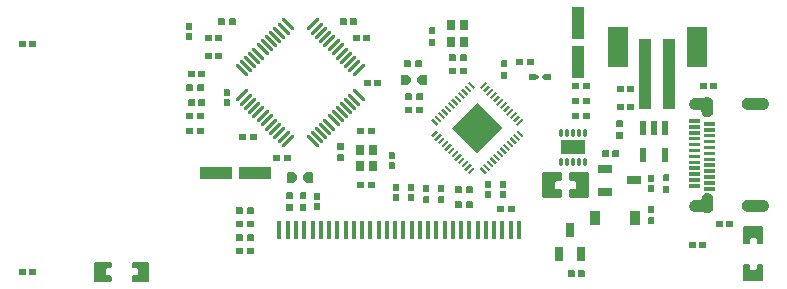
<source format=gtp>
G04 Layer: TopPasteMaskLayer*
G04 EasyEDA v6.5.48, 2025-03-08 17:20:47*
G04 63e6e59633d6499fb326ce5c2c9b2855,b9277fd2045942759ab1a28cc0c323af,10*
G04 Gerber Generator version 0.2*
G04 Scale: 100 percent, Rotated: No, Reflected: No *
G04 Dimensions in millimeters *
G04 leading zeros omitted , absolute positions ,4 integer and 5 decimal *
%FSLAX45Y45*%
%MOMM*%

%AMMACRO1*1,1,$1,$2,$3*1,1,$1,$4,$5*20,1,$1,$2,$3,$4,$5,0*%
%ADD10R,1.1000X2.8000*%
%ADD11R,2.8000X1.1000*%
%ADD12R,2.0000X1.2000*%
%ADD13O,0.2800096X0.7999984*%
%ADD14R,0.9500X1.1500*%
%ADD15R,1.2500X0.7000*%
%ADD16R,0.4900X1.1570*%
%ADD17R,0.4900X1.1750*%
%ADD18R,0.3505X1.6002*%
%ADD19R,0.7000X1.2500*%
%ADD20R,0.8000X0.9000*%
%ADD21R,1.0000X6.0000*%
%ADD22R,1.8000X3.4000*%
%ADD23MACRO1,0.27X-0.4349X0.4349X0.4349X-0.4349*%
%ADD24MACRO1,0.27X-0.4349X-0.4349X0.4349X0.4349*%
%ADD25C,0.0128*%

%LPD*%
G36*
X5983732Y6127800D02*
G01*
X5973724Y6117793D01*
X5973724Y5921806D01*
X5983732Y5911799D01*
X6130696Y5911799D01*
X6140704Y5921806D01*
X6140704Y5973064D01*
X6130696Y5983071D01*
X6091631Y5983071D01*
X6081623Y5993079D01*
X6081623Y6046520D01*
X6091631Y6056528D01*
X6130696Y6056528D01*
X6140704Y6066536D01*
X6140704Y6117793D01*
X6130696Y6127800D01*
G37*
G36*
X6213703Y6127800D02*
G01*
X6203696Y6117793D01*
X6203696Y6066536D01*
X6213703Y6056528D01*
X6252819Y6056528D01*
X6262827Y6046520D01*
X6262827Y5993079D01*
X6252819Y5983071D01*
X6213703Y5983071D01*
X6203696Y5973064D01*
X6203696Y5921806D01*
X6213703Y5911799D01*
X6360718Y5911799D01*
X6370726Y5921806D01*
X6370726Y6117793D01*
X6360718Y6127800D01*
G37*
G36*
X3976928Y6126022D02*
G01*
X3949547Y6096660D01*
X3949547Y6069025D01*
X3976928Y6039612D01*
X4027271Y6039612D01*
X4033672Y6046012D01*
X4033672Y6119622D01*
X4027271Y6126022D01*
G37*
G36*
X3820210Y6124905D02*
G01*
X3813810Y6118504D01*
X3813810Y6044895D01*
X3820210Y6038494D01*
X3870553Y6038494D01*
X3897934Y6067856D01*
X3897934Y6095542D01*
X3870553Y6124905D01*
G37*
G36*
X4786680Y6952488D02*
G01*
X4780229Y6946087D01*
X4780229Y6872478D01*
X4786680Y6866077D01*
X4836972Y6866077D01*
X4864404Y6895439D01*
X4864404Y6923074D01*
X4836972Y6952488D01*
G37*
G36*
X4943398Y6953605D02*
G01*
X4915966Y6924243D01*
X4915966Y6896557D01*
X4943398Y6867194D01*
X4993690Y6867194D01*
X5000091Y6873595D01*
X5000091Y6947204D01*
X4993690Y6953605D01*
G37*
G36*
X4841087Y5942787D02*
G01*
X4837074Y5938824D01*
X4837074Y5888736D01*
X4841087Y5884722D01*
X4887112Y5884722D01*
X4891125Y5888736D01*
X4891125Y5938824D01*
X4887112Y5942787D01*
G37*
G36*
X4841087Y6027877D02*
G01*
X4837074Y6023864D01*
X4837074Y5973775D01*
X4841087Y5969812D01*
X4887112Y5969812D01*
X4891125Y5973775D01*
X4891125Y6023864D01*
X4887112Y6027877D01*
G37*
G36*
X4714087Y5942787D02*
G01*
X4710074Y5938824D01*
X4710074Y5888736D01*
X4714087Y5884722D01*
X4760112Y5884722D01*
X4764125Y5888736D01*
X4764125Y5938824D01*
X4760112Y5942787D01*
G37*
G36*
X4714087Y6027877D02*
G01*
X4710074Y6023864D01*
X4710074Y5973775D01*
X4714087Y5969812D01*
X4760112Y5969812D01*
X4764125Y5973775D01*
X4764125Y6023864D01*
X4760112Y6027877D01*
G37*
G36*
X4040987Y5866587D02*
G01*
X4036974Y5862624D01*
X4036974Y5812536D01*
X4040987Y5808522D01*
X4087012Y5808522D01*
X4091025Y5812536D01*
X4091025Y5862624D01*
X4087012Y5866587D01*
G37*
G36*
X4040987Y5951677D02*
G01*
X4036974Y5947664D01*
X4036974Y5897575D01*
X4040987Y5893612D01*
X4087012Y5893612D01*
X4091025Y5897575D01*
X4091025Y5947664D01*
X4087012Y5951677D01*
G37*
G36*
X6278626Y5297525D02*
G01*
X6274612Y5293512D01*
X6274612Y5247487D01*
X6278626Y5243474D01*
X6328664Y5243474D01*
X6332677Y5247487D01*
X6332677Y5293512D01*
X6328664Y5297525D01*
G37*
G36*
X6193536Y5297525D02*
G01*
X6189522Y5293512D01*
X6189522Y5247487D01*
X6193536Y5243474D01*
X6243574Y5243474D01*
X6247587Y5247487D01*
X6247587Y5293512D01*
X6243574Y5297525D01*
G37*
G36*
X1630375Y5310225D02*
G01*
X1626412Y5306212D01*
X1626412Y5260187D01*
X1630375Y5256174D01*
X1680464Y5256174D01*
X1684477Y5260187D01*
X1684477Y5306212D01*
X1680464Y5310225D01*
G37*
G36*
X1545336Y5310225D02*
G01*
X1541322Y5306212D01*
X1541322Y5260187D01*
X1545336Y5256174D01*
X1595424Y5256174D01*
X1599387Y5260187D01*
X1599387Y5306212D01*
X1595424Y5310225D01*
G37*
G36*
X1630375Y7240625D02*
G01*
X1626412Y7236612D01*
X1626412Y7190587D01*
X1630375Y7186574D01*
X1680464Y7186574D01*
X1684477Y7190587D01*
X1684477Y7236612D01*
X1680464Y7240625D01*
G37*
G36*
X1545336Y7240625D02*
G01*
X1541322Y7236612D01*
X1541322Y7190587D01*
X1545336Y7186574D01*
X1595424Y7186574D01*
X1599387Y7190587D01*
X1599387Y7236612D01*
X1595424Y7240625D01*
G37*
G36*
X4348226Y7431125D02*
G01*
X4344212Y7427112D01*
X4344212Y7381087D01*
X4348226Y7377074D01*
X4398264Y7377074D01*
X4402277Y7381087D01*
X4402277Y7427112D01*
X4398264Y7431125D01*
G37*
G36*
X4263136Y7431125D02*
G01*
X4259122Y7427112D01*
X4259122Y7381087D01*
X4263136Y7377074D01*
X4313174Y7377074D01*
X4317187Y7381087D01*
X4317187Y7427112D01*
X4313174Y7431125D01*
G37*
G36*
X4466336Y6910425D02*
G01*
X4462322Y6906412D01*
X4462322Y6860387D01*
X4466336Y6856374D01*
X4516374Y6856374D01*
X4520387Y6860387D01*
X4520387Y6906412D01*
X4516374Y6910425D01*
G37*
G36*
X4551426Y6910425D02*
G01*
X4547412Y6906412D01*
X4547412Y6860387D01*
X4551426Y6856374D01*
X4601464Y6856374D01*
X4605477Y6860387D01*
X4605477Y6906412D01*
X4601464Y6910425D01*
G37*
G36*
X4675987Y6294577D02*
G01*
X4671974Y6290564D01*
X4671974Y6240475D01*
X4675987Y6236512D01*
X4722012Y6236512D01*
X4726025Y6240475D01*
X4726025Y6290564D01*
X4722012Y6294577D01*
G37*
G36*
X4675987Y6209487D02*
G01*
X4671974Y6205524D01*
X4671974Y6155436D01*
X4675987Y6151422D01*
X4722012Y6151422D01*
X4726025Y6155436D01*
X4726025Y6205524D01*
X4722012Y6209487D01*
G37*
G36*
X3278987Y6827977D02*
G01*
X3274974Y6823964D01*
X3274974Y6773875D01*
X3278987Y6769912D01*
X3325012Y6769912D01*
X3329025Y6773875D01*
X3329025Y6823964D01*
X3325012Y6827977D01*
G37*
G36*
X3278987Y6742887D02*
G01*
X3274974Y6738924D01*
X3274974Y6688836D01*
X3278987Y6684822D01*
X3325012Y6684822D01*
X3329025Y6688836D01*
X3329025Y6738924D01*
X3325012Y6742887D01*
G37*
G36*
X3205226Y7139025D02*
G01*
X3201212Y7135012D01*
X3201212Y7088987D01*
X3205226Y7084974D01*
X3255264Y7084974D01*
X3259277Y7088987D01*
X3259277Y7135012D01*
X3255264Y7139025D01*
G37*
G36*
X3120136Y7139025D02*
G01*
X3116122Y7135012D01*
X3116122Y7088987D01*
X3120136Y7084974D01*
X3170174Y7084974D01*
X3174187Y7088987D01*
X3174187Y7135012D01*
X3170174Y7139025D01*
G37*
G36*
X3205226Y7291425D02*
G01*
X3201212Y7287412D01*
X3201212Y7241387D01*
X3205226Y7237374D01*
X3255264Y7237374D01*
X3259277Y7241387D01*
X3259277Y7287412D01*
X3255264Y7291425D01*
G37*
G36*
X3120136Y7291425D02*
G01*
X3116122Y7287412D01*
X3116122Y7241387D01*
X3120136Y7237374D01*
X3170174Y7237374D01*
X3174187Y7241387D01*
X3174187Y7287412D01*
X3170174Y7291425D01*
G37*
G36*
X2980436Y6986625D02*
G01*
X2976422Y6982612D01*
X2976422Y6936587D01*
X2980436Y6932574D01*
X3030474Y6932574D01*
X3034487Y6936587D01*
X3034487Y6982612D01*
X3030474Y6986625D01*
G37*
G36*
X3065526Y6986625D02*
G01*
X3061512Y6982612D01*
X3061512Y6936587D01*
X3065526Y6932574D01*
X3115564Y6932574D01*
X3119577Y6936587D01*
X3119577Y6982612D01*
X3115564Y6986625D01*
G37*
G36*
X2980436Y6745325D02*
G01*
X2976422Y6741312D01*
X2976422Y6695287D01*
X2980436Y6691274D01*
X3030474Y6691274D01*
X3034487Y6695287D01*
X3034487Y6741312D01*
X3030474Y6745325D01*
G37*
G36*
X3065526Y6745325D02*
G01*
X3061512Y6741312D01*
X3061512Y6695287D01*
X3065526Y6691274D01*
X3115564Y6691274D01*
X3119577Y6695287D01*
X3119577Y6741312D01*
X3115564Y6745325D01*
G37*
G36*
X5488787Y5968187D02*
G01*
X5484774Y5964224D01*
X5484774Y5914136D01*
X5488787Y5910122D01*
X5534812Y5910122D01*
X5538825Y5914136D01*
X5538825Y5964224D01*
X5534812Y5968187D01*
G37*
G36*
X5488787Y6053277D02*
G01*
X5484774Y6049264D01*
X5484774Y5999175D01*
X5488787Y5995212D01*
X5534812Y5995212D01*
X5538825Y5999175D01*
X5538825Y6049264D01*
X5534812Y6053277D01*
G37*
G36*
X4462526Y7291425D02*
G01*
X4458512Y7287412D01*
X4458512Y7241387D01*
X4462526Y7237374D01*
X4512564Y7237374D01*
X4516577Y7241387D01*
X4516577Y7287412D01*
X4512564Y7291425D01*
G37*
G36*
X4377436Y7291425D02*
G01*
X4373422Y7287412D01*
X4373422Y7241387D01*
X4377436Y7237374D01*
X4427474Y7237374D01*
X4431487Y7241387D01*
X4431487Y7287412D01*
X4427474Y7291425D01*
G37*
G36*
X6873087Y6018987D02*
G01*
X6869074Y6015024D01*
X6869074Y5964936D01*
X6873087Y5960922D01*
X6919112Y5960922D01*
X6923125Y5964936D01*
X6923125Y6015024D01*
X6919112Y6018987D01*
G37*
G36*
X6873087Y6104077D02*
G01*
X6869074Y6100064D01*
X6869074Y6049975D01*
X6873087Y6046012D01*
X6919112Y6046012D01*
X6923125Y6049975D01*
X6923125Y6100064D01*
X6919112Y6104077D01*
G37*
G36*
X6697725Y6707225D02*
G01*
X6693712Y6703212D01*
X6693712Y6657187D01*
X6697725Y6653174D01*
X6747764Y6653174D01*
X6751777Y6657187D01*
X6751777Y6703212D01*
X6747764Y6707225D01*
G37*
G36*
X6612636Y6707225D02*
G01*
X6608622Y6703212D01*
X6608622Y6657187D01*
X6612636Y6653174D01*
X6662674Y6653174D01*
X6666687Y6657187D01*
X6666687Y6703212D01*
X6662674Y6707225D01*
G37*
G36*
X6612636Y6859625D02*
G01*
X6608622Y6855612D01*
X6608622Y6809587D01*
X6612636Y6805574D01*
X6662674Y6805574D01*
X6666687Y6809587D01*
X6666687Y6855612D01*
X6662674Y6859625D01*
G37*
G36*
X6697725Y6859625D02*
G01*
X6693712Y6855612D01*
X6693712Y6809587D01*
X6697725Y6805574D01*
X6747764Y6805574D01*
X6751777Y6809587D01*
X6751777Y6855612D01*
X6747764Y6859625D01*
G37*
G36*
X7535925Y5716625D02*
G01*
X7531912Y5712612D01*
X7531912Y5666587D01*
X7535925Y5662574D01*
X7585964Y5662574D01*
X7589977Y5666587D01*
X7589977Y5712612D01*
X7585964Y5716625D01*
G37*
G36*
X7450836Y5716625D02*
G01*
X7446822Y5712612D01*
X7446822Y5666587D01*
X7450836Y5662574D01*
X7500874Y5662574D01*
X7504887Y5666587D01*
X7504887Y5712612D01*
X7500874Y5716625D01*
G37*
G36*
X7396225Y6885025D02*
G01*
X7392212Y6881012D01*
X7392212Y6834987D01*
X7396225Y6830974D01*
X7446264Y6830974D01*
X7450277Y6834987D01*
X7450277Y6881012D01*
X7446264Y6885025D01*
G37*
G36*
X7311136Y6885025D02*
G01*
X7307122Y6881012D01*
X7307122Y6834987D01*
X7311136Y6830974D01*
X7361174Y6830974D01*
X7365187Y6834987D01*
X7365187Y6881012D01*
X7361174Y6885025D01*
G37*
G36*
X6485636Y6313525D02*
G01*
X6481622Y6309512D01*
X6481622Y6263487D01*
X6485636Y6259474D01*
X6535674Y6259474D01*
X6539687Y6263487D01*
X6539687Y6309512D01*
X6535674Y6313525D01*
G37*
G36*
X6570725Y6313525D02*
G01*
X6566712Y6309512D01*
X6566712Y6263487D01*
X6570725Y6259474D01*
X6620764Y6259474D01*
X6624777Y6263487D01*
X6624777Y6309512D01*
X6620764Y6313525D01*
G37*
G36*
X5615787Y5968187D02*
G01*
X5611774Y5964224D01*
X5611774Y5914136D01*
X5615787Y5910122D01*
X5661812Y5910122D01*
X5665825Y5914136D01*
X5665825Y5964224D01*
X5661812Y5968187D01*
G37*
G36*
X5615787Y6053277D02*
G01*
X5611774Y6049264D01*
X5611774Y5999175D01*
X5615787Y5995212D01*
X5661812Y5995212D01*
X5665825Y5999175D01*
X5665825Y6049264D01*
X5661812Y6053277D01*
G37*
G36*
X7222236Y5538825D02*
G01*
X7218222Y5534812D01*
X7218222Y5488787D01*
X7222236Y5484774D01*
X7272274Y5484774D01*
X7276287Y5488787D01*
X7276287Y5534812D01*
X7272274Y5538825D01*
G37*
G36*
X7307325Y5538825D02*
G01*
X7303312Y5534812D01*
X7303312Y5488787D01*
X7307325Y5484774D01*
X7357364Y5484774D01*
X7361377Y5488787D01*
X7361377Y5534812D01*
X7357364Y5538825D01*
G37*
G36*
X2961487Y7386777D02*
G01*
X2957474Y7382764D01*
X2957474Y7332675D01*
X2961487Y7328712D01*
X3007512Y7328712D01*
X3011525Y7332675D01*
X3011525Y7382764D01*
X3007512Y7386777D01*
G37*
G36*
X2961487Y7301687D02*
G01*
X2957474Y7297724D01*
X2957474Y7247636D01*
X2961487Y7243622D01*
X3007512Y7243622D01*
X3011525Y7247636D01*
X3011525Y7297724D01*
X3007512Y7301687D01*
G37*
G36*
X7212126Y6026302D02*
G01*
X7212126Y5996279D01*
X7307122Y5996279D01*
X7307122Y6026302D01*
G37*
G36*
X7212126Y6076289D02*
G01*
X7212126Y6046266D01*
X7307122Y6046266D01*
X7307122Y6076289D01*
G37*
G36*
X7212126Y6126276D02*
G01*
X7212126Y6096304D01*
X7307122Y6096304D01*
X7307122Y6126276D01*
G37*
G36*
X7212126Y6176314D02*
G01*
X7212126Y6146292D01*
X7307122Y6146292D01*
X7307122Y6176314D01*
G37*
G36*
X7212126Y6226302D02*
G01*
X7212126Y6196279D01*
X7307122Y6196279D01*
X7307122Y6226302D01*
G37*
G36*
X7212126Y6276289D02*
G01*
X7212126Y6246266D01*
X7307122Y6246266D01*
X7307122Y6276289D01*
G37*
G36*
X7212126Y6326276D02*
G01*
X7212126Y6296304D01*
X7307122Y6296304D01*
X7307122Y6326276D01*
G37*
G36*
X7212126Y6376314D02*
G01*
X7212126Y6346291D01*
X7307122Y6346291D01*
X7307122Y6376314D01*
G37*
G36*
X7212126Y6426301D02*
G01*
X7212126Y6396278D01*
X7307122Y6396278D01*
X7307122Y6426301D01*
G37*
G36*
X7212126Y6476288D02*
G01*
X7212126Y6446266D01*
X7307122Y6446266D01*
X7307122Y6476288D01*
G37*
G36*
X7212126Y6526276D02*
G01*
X7212126Y6496304D01*
X7307122Y6496304D01*
X7307122Y6526276D01*
G37*
G36*
X7212126Y6576314D02*
G01*
X7212126Y6546291D01*
X7307122Y6546291D01*
X7307122Y6576314D01*
G37*
G36*
X7342124Y6551269D02*
G01*
X7342124Y6521297D01*
X7437120Y6521297D01*
X7437120Y6551269D01*
G37*
G36*
X7342124Y6501282D02*
G01*
X7342124Y6471310D01*
X7437120Y6471310D01*
X7437120Y6501282D01*
G37*
G36*
X7342124Y6451295D02*
G01*
X7342124Y6421272D01*
X7437120Y6421272D01*
X7437120Y6451295D01*
G37*
G36*
X7342124Y6401308D02*
G01*
X7342124Y6371285D01*
X7437120Y6371285D01*
X7437120Y6401308D01*
G37*
G36*
X7342124Y6351270D02*
G01*
X7342124Y6321298D01*
X7437120Y6321298D01*
X7437120Y6351270D01*
G37*
G36*
X7342124Y6301282D02*
G01*
X7342124Y6271310D01*
X7437120Y6271310D01*
X7437120Y6301282D01*
G37*
G36*
X7342124Y6251295D02*
G01*
X7342124Y6221272D01*
X7437120Y6221272D01*
X7437120Y6251295D01*
G37*
G36*
X7342124Y6201308D02*
G01*
X7342124Y6171285D01*
X7437120Y6171285D01*
X7437120Y6201308D01*
G37*
G36*
X7342124Y6151270D02*
G01*
X7342124Y6121298D01*
X7437120Y6121298D01*
X7437120Y6151270D01*
G37*
G36*
X7342124Y6101283D02*
G01*
X7342124Y6071311D01*
X7437120Y6071311D01*
X7437120Y6101283D01*
G37*
G36*
X7342124Y6051296D02*
G01*
X7342124Y6021273D01*
X7437120Y6021273D01*
X7437120Y6051296D01*
G37*
G36*
X7342124Y6001308D02*
G01*
X7342124Y5971286D01*
X7437120Y5971286D01*
X7437120Y6001308D01*
G37*
G36*
X7712151Y5891784D02*
G01*
X7707172Y5891530D01*
X7702245Y5890818D01*
X7697419Y5889599D01*
X7692745Y5887872D01*
X7688224Y5885688D01*
X7684008Y5883097D01*
X7679994Y5880100D01*
X7676337Y5876696D01*
X7673035Y5872988D01*
X7670139Y5868924D01*
X7667650Y5864606D01*
X7665618Y5860084D01*
X7664043Y5855360D01*
X7662925Y5850483D01*
X7662265Y5845556D01*
X7662164Y5840526D01*
X7662519Y5835599D01*
X7663383Y5830671D01*
X7664754Y5825896D01*
X7666583Y5821222D01*
X7668869Y5816803D01*
X7671562Y5812586D01*
X7674660Y5808726D01*
X7678166Y5805119D01*
X7681975Y5801918D01*
X7686090Y5799124D01*
X7690459Y5796737D01*
X7695031Y5794806D01*
X7699806Y5793333D01*
X7704683Y5792368D01*
X7709662Y5791860D01*
X7842148Y5791809D01*
X7847126Y5792063D01*
X7852054Y5792774D01*
X7856880Y5793994D01*
X7861553Y5795721D01*
X7866075Y5797905D01*
X7870291Y5800496D01*
X7874304Y5803493D01*
X7877962Y5806897D01*
X7881264Y5810605D01*
X7884159Y5814669D01*
X7886649Y5818987D01*
X7888681Y5823508D01*
X7890256Y5828233D01*
X7891373Y5833110D01*
X7892034Y5838037D01*
X7892135Y5843066D01*
X7891780Y5847994D01*
X7890916Y5852922D01*
X7889544Y5857697D01*
X7887716Y5862370D01*
X7885430Y5866790D01*
X7882737Y5871006D01*
X7879638Y5874867D01*
X7876184Y5878423D01*
X7872323Y5881674D01*
X7868208Y5884468D01*
X7863840Y5886856D01*
X7859268Y5888786D01*
X7854492Y5890260D01*
X7849616Y5891225D01*
X7844637Y5891733D01*
G37*
G36*
X7712151Y6755790D02*
G01*
X7707172Y6755536D01*
X7702245Y6754825D01*
X7697419Y6753606D01*
X7692745Y6751878D01*
X7688224Y6749694D01*
X7684008Y6747103D01*
X7679994Y6744106D01*
X7676337Y6740702D01*
X7673035Y6736994D01*
X7670139Y6732930D01*
X7667650Y6728612D01*
X7665618Y6724091D01*
X7664043Y6719366D01*
X7662925Y6714490D01*
X7662265Y6709562D01*
X7662164Y6704533D01*
X7662519Y6699605D01*
X7663383Y6694678D01*
X7664754Y6689902D01*
X7666583Y6685229D01*
X7668869Y6680809D01*
X7671562Y6676593D01*
X7674660Y6672732D01*
X7678166Y6669176D01*
X7681975Y6665925D01*
X7686090Y6663131D01*
X7690459Y6660743D01*
X7695031Y6658813D01*
X7699806Y6657340D01*
X7704683Y6656374D01*
X7709662Y6655866D01*
X7842148Y6655816D01*
X7847126Y6656070D01*
X7852054Y6656781D01*
X7856880Y6658000D01*
X7861553Y6659727D01*
X7866075Y6661912D01*
X7870291Y6664502D01*
X7874304Y6667500D01*
X7877962Y6670903D01*
X7881264Y6674612D01*
X7884159Y6678675D01*
X7886649Y6682994D01*
X7888681Y6687515D01*
X7890256Y6692239D01*
X7891373Y6697116D01*
X7892034Y6702044D01*
X7892135Y6707073D01*
X7891780Y6712000D01*
X7890916Y6716928D01*
X7889544Y6721703D01*
X7887716Y6726377D01*
X7885430Y6730796D01*
X7882737Y6735013D01*
X7879638Y6738874D01*
X7876184Y6742480D01*
X7872323Y6745681D01*
X7868208Y6748475D01*
X7863840Y6750862D01*
X7859268Y6752793D01*
X7854492Y6754266D01*
X7849616Y6755231D01*
X7844637Y6755739D01*
G37*
G36*
X7370318Y6763410D02*
G01*
X7365390Y6763054D01*
X7360462Y6762191D01*
X7355687Y6760819D01*
X7351014Y6758990D01*
X7344765Y6755587D01*
X7265212Y6755536D01*
X7260234Y6755028D01*
X7255357Y6754063D01*
X7250582Y6752590D01*
X7246010Y6750659D01*
X7241641Y6748272D01*
X7237526Y6745478D01*
X7233716Y6742277D01*
X7230211Y6738670D01*
X7227112Y6734809D01*
X7224420Y6730593D01*
X7222134Y6726174D01*
X7220305Y6721500D01*
X7218934Y6716725D01*
X7218070Y6711797D01*
X7217714Y6706870D01*
X7217816Y6701840D01*
X7218476Y6696913D01*
X7219543Y6692036D01*
X7221169Y6687312D01*
X7223201Y6682790D01*
X7225690Y6678472D01*
X7228586Y6674408D01*
X7231888Y6670700D01*
X7235545Y6667296D01*
X7239508Y6664299D01*
X7243775Y6661708D01*
X7248296Y6659524D01*
X7252970Y6657848D01*
X7257796Y6656578D01*
X7262723Y6655866D01*
X7267702Y6655612D01*
X7321600Y6655612D01*
X7321651Y6640931D01*
X7322159Y6635953D01*
X7323124Y6631076D01*
X7324598Y6626301D01*
X7326528Y6621729D01*
X7328916Y6617360D01*
X7331709Y6613245D01*
X7334961Y6609435D01*
X7338517Y6605930D01*
X7342378Y6602831D01*
X7346594Y6600139D01*
X7351014Y6597853D01*
X7355687Y6596024D01*
X7360462Y6594652D01*
X7365390Y6593789D01*
X7370318Y6593433D01*
X7375347Y6593586D01*
X7380274Y6594195D01*
X7385151Y6595313D01*
X7389875Y6596888D01*
X7394397Y6598920D01*
X7398715Y6601409D01*
X7402779Y6604355D01*
X7406487Y6607606D01*
X7409891Y6611264D01*
X7412888Y6615277D01*
X7415479Y6619494D01*
X7417663Y6624015D01*
X7419340Y6628688D01*
X7420609Y6633514D01*
X7421321Y6638442D01*
X7421575Y6643420D01*
X7421524Y6715912D01*
X7421016Y6720890D01*
X7420051Y6725767D01*
X7418578Y6730542D01*
X7416647Y6735114D01*
X7414259Y6739483D01*
X7411466Y6743598D01*
X7408214Y6747408D01*
X7404658Y6750913D01*
X7400798Y6754012D01*
X7396581Y6756704D01*
X7392162Y6758990D01*
X7387488Y6760819D01*
X7382713Y6762191D01*
X7377785Y6763054D01*
G37*
G36*
X7370318Y5950610D02*
G01*
X7365390Y5950254D01*
X7360462Y5949391D01*
X7355687Y5948019D01*
X7351014Y5946190D01*
X7346594Y5943904D01*
X7342378Y5941212D01*
X7338517Y5938113D01*
X7334961Y5934608D01*
X7331709Y5930798D01*
X7328916Y5926683D01*
X7326528Y5922314D01*
X7324598Y5917742D01*
X7323124Y5912967D01*
X7322159Y5908090D01*
X7321651Y5903112D01*
X7321600Y5891987D01*
X7265212Y5891936D01*
X7260234Y5891428D01*
X7255357Y5890463D01*
X7250582Y5888990D01*
X7246010Y5887059D01*
X7241641Y5884672D01*
X7237526Y5881878D01*
X7233716Y5878677D01*
X7230211Y5875070D01*
X7227112Y5871210D01*
X7224420Y5866993D01*
X7222134Y5862574D01*
X7220305Y5857900D01*
X7218934Y5853125D01*
X7218070Y5848197D01*
X7217714Y5843270D01*
X7217816Y5838240D01*
X7218476Y5833313D01*
X7219543Y5828436D01*
X7221169Y5823712D01*
X7223201Y5819190D01*
X7225690Y5814872D01*
X7228586Y5810808D01*
X7231888Y5807100D01*
X7235545Y5803696D01*
X7239508Y5800699D01*
X7243775Y5798108D01*
X7248296Y5795924D01*
X7252970Y5794248D01*
X7257796Y5792978D01*
X7262723Y5792266D01*
X7267702Y5792012D01*
X7339838Y5792012D01*
X7342378Y5790031D01*
X7346594Y5787339D01*
X7351014Y5785053D01*
X7355687Y5783224D01*
X7360462Y5781852D01*
X7365390Y5780989D01*
X7370318Y5780633D01*
X7375347Y5780786D01*
X7380274Y5781395D01*
X7385151Y5782513D01*
X7389875Y5784088D01*
X7394397Y5786120D01*
X7398715Y5788609D01*
X7402779Y5791555D01*
X7406487Y5794806D01*
X7409891Y5798464D01*
X7412888Y5802477D01*
X7415479Y5806694D01*
X7417663Y5811215D01*
X7419340Y5815888D01*
X7420609Y5820714D01*
X7421321Y5825642D01*
X7421575Y5830620D01*
X7421524Y5903112D01*
X7421016Y5908090D01*
X7420051Y5912967D01*
X7418578Y5917742D01*
X7416647Y5922314D01*
X7414259Y5926683D01*
X7411466Y5930798D01*
X7408214Y5934608D01*
X7404658Y5938113D01*
X7400798Y5941212D01*
X7396581Y5943904D01*
X7392162Y5946190D01*
X7387488Y5948019D01*
X7382713Y5949391D01*
X7377785Y5950254D01*
G37*
G36*
X6324193Y6631482D02*
G01*
X6317183Y6626504D01*
X6317183Y6581495D01*
X6324193Y6576517D01*
X6372199Y6576517D01*
X6377178Y6581495D01*
X6377178Y6626504D01*
X6372199Y6631482D01*
G37*
G36*
X6226200Y6631482D02*
G01*
X6221222Y6626504D01*
X6221222Y6581495D01*
X6226200Y6576517D01*
X6274206Y6576517D01*
X6281216Y6581495D01*
X6281216Y6626504D01*
X6274206Y6631482D01*
G37*
G36*
X6606895Y6471716D02*
G01*
X6601917Y6464706D01*
X6601917Y6416700D01*
X6606895Y6411722D01*
X6651904Y6411722D01*
X6656882Y6416700D01*
X6656882Y6464706D01*
X6651904Y6471716D01*
G37*
G36*
X6606895Y6567678D02*
G01*
X6601917Y6562699D01*
X6601917Y6514693D01*
X6606895Y6507683D01*
X6651904Y6507683D01*
X6656882Y6514693D01*
X6656882Y6562699D01*
X6651904Y6567678D01*
G37*
G36*
X5996686Y6961225D02*
G01*
X5969812Y6942836D01*
X5969812Y6925564D01*
X5996686Y6907174D01*
X6046317Y6907174D01*
X6050330Y6911187D01*
X6050330Y6957212D01*
X6046317Y6961225D01*
G37*
G36*
X5866282Y6961225D02*
G01*
X5862269Y6957212D01*
X5862269Y6911187D01*
X5866282Y6907174D01*
X5915914Y6907174D01*
X5942787Y6925564D01*
X5942787Y6942836D01*
X5915914Y6961225D01*
G37*
G36*
X6873595Y5843778D02*
G01*
X6868617Y5838799D01*
X6868617Y5790793D01*
X6873595Y5783783D01*
X6918604Y5783783D01*
X6923582Y5790793D01*
X6923582Y5838799D01*
X6918604Y5843778D01*
G37*
G36*
X6873595Y5747816D02*
G01*
X6868617Y5740806D01*
X6868617Y5692800D01*
X6873595Y5687822D01*
X6918604Y5687822D01*
X6923582Y5692800D01*
X6923582Y5740806D01*
X6918604Y5747816D01*
G37*
G36*
X5019395Y7355078D02*
G01*
X5014417Y7350099D01*
X5014417Y7302093D01*
X5019395Y7295083D01*
X5064404Y7295083D01*
X5069382Y7302093D01*
X5069382Y7350099D01*
X5064404Y7355078D01*
G37*
G36*
X5019395Y7259116D02*
G01*
X5014417Y7252106D01*
X5014417Y7204100D01*
X5019395Y7199122D01*
X5064404Y7199122D01*
X5069382Y7204100D01*
X5069382Y7252106D01*
X5064404Y7259116D01*
G37*
G36*
X5282793Y7126782D02*
G01*
X5275783Y7121804D01*
X5275783Y7076795D01*
X5282793Y7071817D01*
X5330799Y7071817D01*
X5335778Y7076795D01*
X5335778Y7121804D01*
X5330799Y7126782D01*
G37*
G36*
X5184800Y7126782D02*
G01*
X5179822Y7121804D01*
X5179822Y7076795D01*
X5184800Y7071817D01*
X5232806Y7071817D01*
X5239816Y7076795D01*
X5239816Y7121804D01*
X5232806Y7126782D01*
G37*
G36*
X5591200Y5844082D02*
G01*
X5586222Y5839104D01*
X5586222Y5794095D01*
X5591200Y5789117D01*
X5639206Y5789117D01*
X5646216Y5794095D01*
X5646216Y5839104D01*
X5639206Y5844082D01*
G37*
G36*
X5689193Y5844082D02*
G01*
X5682183Y5839104D01*
X5682183Y5794095D01*
X5689193Y5789117D01*
X5737199Y5789117D01*
X5742178Y5794095D01*
X5742178Y5839104D01*
X5737199Y5844082D01*
G37*
G36*
X5333593Y5882182D02*
G01*
X5326583Y5877204D01*
X5326583Y5832195D01*
X5333593Y5827217D01*
X5381599Y5827217D01*
X5386578Y5832195D01*
X5386578Y5877204D01*
X5381599Y5882182D01*
G37*
G36*
X5235600Y5882182D02*
G01*
X5230622Y5877204D01*
X5230622Y5832195D01*
X5235600Y5827217D01*
X5283606Y5827217D01*
X5290616Y5832195D01*
X5290616Y5877204D01*
X5283606Y5882182D01*
G37*
G36*
X5095595Y6021578D02*
G01*
X5090617Y6016599D01*
X5090617Y5968593D01*
X5095595Y5961583D01*
X5140604Y5961583D01*
X5145582Y5968593D01*
X5145582Y6016599D01*
X5140604Y6021578D01*
G37*
G36*
X5095595Y5925616D02*
G01*
X5090617Y5918606D01*
X5090617Y5870600D01*
X5095595Y5865622D01*
X5140604Y5865622D01*
X5145582Y5870600D01*
X5145582Y5918606D01*
X5140604Y5925616D01*
G37*
G36*
X4968595Y6021578D02*
G01*
X4963617Y6016599D01*
X4963617Y5968593D01*
X4968595Y5961583D01*
X5013604Y5961583D01*
X5018582Y5968593D01*
X5018582Y6016599D01*
X5013604Y6021578D01*
G37*
G36*
X4968595Y5925616D02*
G01*
X4963617Y5918606D01*
X4963617Y5870600D01*
X4968595Y5865622D01*
X5013604Y5865622D01*
X5018582Y5870600D01*
X5018582Y5918606D01*
X5013604Y5925616D01*
G37*
G36*
X3927195Y5958078D02*
G01*
X3922217Y5953099D01*
X3922217Y5905093D01*
X3927195Y5898083D01*
X3972204Y5898083D01*
X3977182Y5905093D01*
X3977182Y5953099D01*
X3972204Y5958078D01*
G37*
G36*
X3927195Y5862116D02*
G01*
X3922217Y5855106D01*
X3922217Y5807100D01*
X3927195Y5802122D01*
X3972204Y5802122D01*
X3977182Y5807100D01*
X3977182Y5855106D01*
X3972204Y5862116D01*
G37*
G36*
X3812895Y5958078D02*
G01*
X3807917Y5953099D01*
X3807917Y5905093D01*
X3812895Y5898083D01*
X3857904Y5898083D01*
X3862882Y5905093D01*
X3862882Y5953099D01*
X3857904Y5958078D01*
G37*
G36*
X3812895Y5862116D02*
G01*
X3807917Y5855106D01*
X3807917Y5807100D01*
X3812895Y5802122D01*
X3857904Y5802122D01*
X3862882Y5807100D01*
X3862882Y5855106D01*
X3857904Y5862116D01*
G37*
G36*
X4244695Y6281216D02*
G01*
X4239717Y6274206D01*
X4239717Y6226200D01*
X4244695Y6221222D01*
X4289704Y6221222D01*
X4294682Y6226200D01*
X4294682Y6274206D01*
X4289704Y6281216D01*
G37*
G36*
X4244695Y6377178D02*
G01*
X4239717Y6372199D01*
X4239717Y6324193D01*
X4244695Y6317183D01*
X4289704Y6317183D01*
X4294682Y6324193D01*
X4294682Y6372199D01*
X4289704Y6377178D01*
G37*
G36*
X3504793Y6453682D02*
G01*
X3497783Y6448704D01*
X3497783Y6403695D01*
X3504793Y6398717D01*
X3552799Y6398717D01*
X3557778Y6403695D01*
X3557778Y6448704D01*
X3552799Y6453682D01*
G37*
G36*
X3406800Y6453682D02*
G01*
X3401822Y6448704D01*
X3401822Y6403695D01*
X3406800Y6398717D01*
X3454806Y6398717D01*
X3461816Y6403695D01*
X3461816Y6448704D01*
X3454806Y6453682D01*
G37*
G36*
X3698900Y6275882D02*
G01*
X3693922Y6270904D01*
X3693922Y6225895D01*
X3698900Y6220917D01*
X3746906Y6220917D01*
X3753916Y6225895D01*
X3753916Y6270904D01*
X3746906Y6275882D01*
G37*
G36*
X3796893Y6275882D02*
G01*
X3789883Y6270904D01*
X3789883Y6225895D01*
X3796893Y6220917D01*
X3844899Y6220917D01*
X3849878Y6225895D01*
X3849878Y6270904D01*
X3844899Y6275882D01*
G37*
G36*
X4410100Y6047282D02*
G01*
X4405122Y6042304D01*
X4405122Y5997295D01*
X4410100Y5992317D01*
X4458106Y5992317D01*
X4465116Y5997295D01*
X4465116Y6042304D01*
X4458106Y6047282D01*
G37*
G36*
X4508093Y6047282D02*
G01*
X4501083Y6042304D01*
X4501083Y5997295D01*
X4508093Y5992317D01*
X4556099Y5992317D01*
X4561078Y5997295D01*
X4561078Y6042304D01*
X4556099Y6047282D01*
G37*
G36*
X4508093Y6504482D02*
G01*
X4501083Y6499504D01*
X4501083Y6454495D01*
X4508093Y6449517D01*
X4556099Y6449517D01*
X4561078Y6454495D01*
X4561078Y6499504D01*
X4556099Y6504482D01*
G37*
G36*
X4410100Y6504482D02*
G01*
X4405122Y6499504D01*
X4405122Y6454495D01*
X4410100Y6449517D01*
X4458106Y6449517D01*
X4465116Y6454495D01*
X4465116Y6499504D01*
X4458106Y6504482D01*
G37*
G36*
X3479393Y5831382D02*
G01*
X3472383Y5826404D01*
X3472383Y5781395D01*
X3479393Y5776417D01*
X3527399Y5776417D01*
X3532378Y5781395D01*
X3532378Y5826404D01*
X3527399Y5831382D01*
G37*
G36*
X3381400Y5831382D02*
G01*
X3376422Y5826404D01*
X3376422Y5781395D01*
X3381400Y5776417D01*
X3429406Y5776417D01*
X3436416Y5781395D01*
X3436416Y5826404D01*
X3429406Y5831382D01*
G37*
G36*
X3479393Y5717082D02*
G01*
X3472383Y5712104D01*
X3472383Y5667095D01*
X3479393Y5662117D01*
X3527399Y5662117D01*
X3532378Y5667095D01*
X3532378Y5712104D01*
X3527399Y5717082D01*
G37*
G36*
X3381400Y5717082D02*
G01*
X3376422Y5712104D01*
X3376422Y5667095D01*
X3381400Y5662117D01*
X3429406Y5662117D01*
X3436416Y5667095D01*
X3436416Y5712104D01*
X3429406Y5717082D01*
G37*
G36*
X3479393Y5602782D02*
G01*
X3472383Y5597804D01*
X3472383Y5552795D01*
X3479393Y5547817D01*
X3527399Y5547817D01*
X3532378Y5552795D01*
X3532378Y5597804D01*
X3527399Y5602782D01*
G37*
G36*
X3381400Y5602782D02*
G01*
X3376422Y5597804D01*
X3376422Y5552795D01*
X3381400Y5547817D01*
X3429406Y5547817D01*
X3436416Y5552795D01*
X3436416Y5597804D01*
X3429406Y5602782D01*
G37*
G36*
X3479393Y5488482D02*
G01*
X3472383Y5483504D01*
X3472383Y5438495D01*
X3479393Y5433517D01*
X3527399Y5433517D01*
X3532378Y5438495D01*
X3532378Y5483504D01*
X3527399Y5488482D01*
G37*
G36*
X3381400Y5488482D02*
G01*
X3376422Y5483504D01*
X3376422Y5438495D01*
X3381400Y5433517D01*
X3429406Y5433517D01*
X3436416Y5438495D01*
X3436416Y5483504D01*
X3429406Y5488482D01*
G37*
G36*
X3060293Y6631482D02*
G01*
X3053283Y6626504D01*
X3053283Y6581495D01*
X3060293Y6576517D01*
X3108299Y6576517D01*
X3113278Y6581495D01*
X3113278Y6626504D01*
X3108299Y6631482D01*
G37*
G36*
X2962300Y6631482D02*
G01*
X2957322Y6626504D01*
X2957322Y6581495D01*
X2962300Y6576517D01*
X3010306Y6576517D01*
X3017316Y6581495D01*
X3017316Y6626504D01*
X3010306Y6631482D01*
G37*
G36*
X3060293Y6872782D02*
G01*
X3053283Y6867804D01*
X3053283Y6822795D01*
X3060293Y6817817D01*
X3108299Y6817817D01*
X3113278Y6822795D01*
X3113278Y6867804D01*
X3108299Y6872782D01*
G37*
G36*
X2962300Y6872782D02*
G01*
X2957322Y6867804D01*
X2957322Y6822795D01*
X2962300Y6817817D01*
X3010306Y6817817D01*
X3017316Y6822795D01*
X3017316Y6867804D01*
X3010306Y6872782D01*
G37*
G36*
X3060293Y6504482D02*
G01*
X3053283Y6499504D01*
X3053283Y6454495D01*
X3060293Y6449517D01*
X3108299Y6449517D01*
X3113278Y6454495D01*
X3113278Y6499504D01*
X3108299Y6504482D01*
G37*
G36*
X2962300Y6504482D02*
G01*
X2957322Y6499504D01*
X2957322Y6454495D01*
X2962300Y6449517D01*
X3010306Y6449517D01*
X3017316Y6454495D01*
X3017316Y6499504D01*
X3010306Y6504482D01*
G37*
G36*
X5235600Y6009182D02*
G01*
X5230622Y6004204D01*
X5230622Y5959195D01*
X5235600Y5954217D01*
X5283606Y5954217D01*
X5290616Y5959195D01*
X5290616Y6004204D01*
X5283606Y6009182D01*
G37*
G36*
X5333593Y6009182D02*
G01*
X5326583Y6004204D01*
X5326583Y5959195D01*
X5333593Y5954217D01*
X5381599Y5954217D01*
X5386578Y5959195D01*
X5386578Y6004204D01*
X5381599Y6009182D01*
G37*
G36*
X5282793Y7012482D02*
G01*
X5275783Y7007504D01*
X5275783Y6962495D01*
X5282793Y6957517D01*
X5330799Y6957517D01*
X5335778Y6962495D01*
X5335778Y7007504D01*
X5330799Y7012482D01*
G37*
G36*
X5184800Y7012482D02*
G01*
X5179822Y7007504D01*
X5179822Y6962495D01*
X5184800Y6957517D01*
X5232806Y6957517D01*
X5239816Y6962495D01*
X5239816Y7007504D01*
X5232806Y7012482D01*
G37*
G36*
X4816500Y6682282D02*
G01*
X4811522Y6677304D01*
X4811522Y6632295D01*
X4816500Y6627317D01*
X4864506Y6627317D01*
X4871516Y6632295D01*
X4871516Y6677304D01*
X4864506Y6682282D01*
G37*
G36*
X4914493Y6682282D02*
G01*
X4907483Y6677304D01*
X4907483Y6632295D01*
X4914493Y6627317D01*
X4962499Y6627317D01*
X4967478Y6632295D01*
X4967478Y6677304D01*
X4962499Y6682282D01*
G37*
G36*
X4816500Y6796582D02*
G01*
X4811522Y6791604D01*
X4811522Y6746595D01*
X4816500Y6741617D01*
X4864506Y6741617D01*
X4871516Y6746595D01*
X4871516Y6791604D01*
X4864506Y6796582D01*
G37*
G36*
X4914493Y6796582D02*
G01*
X4907483Y6791604D01*
X4907483Y6746595D01*
X4914493Y6741617D01*
X4962499Y6741617D01*
X4967478Y6746595D01*
X4967478Y6791604D01*
X4962499Y6796582D01*
G37*
G36*
X4803800Y7075982D02*
G01*
X4798822Y7071004D01*
X4798822Y7025995D01*
X4803800Y7021017D01*
X4851806Y7021017D01*
X4858816Y7025995D01*
X4858816Y7071004D01*
X4851806Y7075982D01*
G37*
G36*
X4901793Y7075982D02*
G01*
X4894783Y7071004D01*
X4894783Y7025995D01*
X4901793Y7021017D01*
X4949799Y7021017D01*
X4954778Y7025995D01*
X4954778Y7071004D01*
X4949799Y7075982D01*
G37*
G36*
X5756300Y7088682D02*
G01*
X5751322Y7083704D01*
X5751322Y7038695D01*
X5756300Y7033717D01*
X5804306Y7033717D01*
X5811316Y7038695D01*
X5811316Y7083704D01*
X5804306Y7088682D01*
G37*
G36*
X5854293Y7088682D02*
G01*
X5847283Y7083704D01*
X5847283Y7038695D01*
X5854293Y7033717D01*
X5902299Y7033717D01*
X5907278Y7038695D01*
X5907278Y7083704D01*
X5902299Y7088682D01*
G37*
G36*
X5628995Y6979716D02*
G01*
X5624017Y6972706D01*
X5624017Y6924700D01*
X5628995Y6919722D01*
X5674004Y6919722D01*
X5678982Y6924700D01*
X5678982Y6972706D01*
X5674004Y6979716D01*
G37*
G36*
X5628995Y7075678D02*
G01*
X5624017Y7070699D01*
X5624017Y7022693D01*
X5628995Y7015683D01*
X5674004Y7015683D01*
X5678982Y7022693D01*
X5678982Y7070699D01*
X5674004Y7075678D01*
G37*
G36*
X7000595Y6014516D02*
G01*
X6995617Y6007506D01*
X6995617Y5959500D01*
X7000595Y5954522D01*
X7045604Y5954522D01*
X7050582Y5959500D01*
X7050582Y6007506D01*
X7045604Y6014516D01*
G37*
G36*
X7000595Y6110478D02*
G01*
X6995617Y6105499D01*
X6995617Y6057493D01*
X7000595Y6050483D01*
X7045604Y6050483D01*
X7050582Y6057493D01*
X7050582Y6105499D01*
X7045604Y6110478D01*
G37*
G36*
X6226200Y6758482D02*
G01*
X6221222Y6753504D01*
X6221222Y6708495D01*
X6226200Y6703517D01*
X6274206Y6703517D01*
X6281216Y6708495D01*
X6281216Y6753504D01*
X6274206Y6758482D01*
G37*
G36*
X6324193Y6758482D02*
G01*
X6317183Y6753504D01*
X6317183Y6708495D01*
X6324193Y6703517D01*
X6372199Y6703517D01*
X6377178Y6708495D01*
X6377178Y6753504D01*
X6372199Y6758482D01*
G37*
G36*
X6324193Y6885482D02*
G01*
X6317183Y6880504D01*
X6317183Y6835495D01*
X6324193Y6830517D01*
X6372199Y6830517D01*
X6377178Y6835495D01*
X6377178Y6880504D01*
X6372199Y6885482D01*
G37*
G36*
X6226200Y6885482D02*
G01*
X6221222Y6880504D01*
X6221222Y6835495D01*
X6226200Y6830517D01*
X6274206Y6830517D01*
X6281216Y6835495D01*
X6281216Y6880504D01*
X6274206Y6885482D01*
G37*
G36*
X3326993Y7431582D02*
G01*
X3319983Y7426604D01*
X3319983Y7381595D01*
X3326993Y7376617D01*
X3374999Y7376617D01*
X3379978Y7381595D01*
X3379978Y7426604D01*
X3374999Y7431582D01*
G37*
G36*
X3229000Y7431582D02*
G01*
X3224022Y7426604D01*
X3224022Y7381595D01*
X3229000Y7376617D01*
X3277006Y7376617D01*
X3284016Y7381595D01*
X3284016Y7426604D01*
X3277006Y7431582D01*
G37*
G36*
X2507996Y5369610D02*
G01*
X2497988Y5359603D01*
X2497988Y5322570D01*
X2507996Y5312562D01*
X2538476Y5312562D01*
X2548483Y5302554D01*
X2548483Y5263845D01*
X2538476Y5253837D01*
X2507996Y5253837D01*
X2497988Y5243830D01*
X2497988Y5206796D01*
X2507996Y5196789D01*
X2636520Y5196789D01*
X2646476Y5206796D01*
X2646476Y5359603D01*
X2636520Y5369610D01*
G37*
G36*
X2189480Y5369610D02*
G01*
X2179523Y5359603D01*
X2179523Y5206796D01*
X2189480Y5196789D01*
X2318004Y5196789D01*
X2328011Y5206796D01*
X2328011Y5243830D01*
X2318004Y5253837D01*
X2287524Y5253837D01*
X2277516Y5263845D01*
X2277516Y5302554D01*
X2287524Y5312562D01*
X2318004Y5312562D01*
X2328011Y5322570D01*
X2328011Y5359603D01*
X2318004Y5369610D01*
G37*
G36*
X7683296Y5350611D02*
G01*
X7673289Y5340604D01*
X7673289Y5212080D01*
X7683296Y5202123D01*
X7836103Y5202123D01*
X7846110Y5212080D01*
X7846110Y5340604D01*
X7836103Y5350611D01*
X7799070Y5350611D01*
X7789062Y5340604D01*
X7789062Y5310124D01*
X7779054Y5300116D01*
X7740345Y5300116D01*
X7730337Y5310124D01*
X7730337Y5340604D01*
X7720330Y5350611D01*
G37*
G36*
X7683296Y5669076D02*
G01*
X7673289Y5659120D01*
X7673289Y5530596D01*
X7683296Y5520588D01*
X7720330Y5520588D01*
X7730337Y5530596D01*
X7730337Y5561076D01*
X7740345Y5571083D01*
X7779054Y5571083D01*
X7789062Y5561076D01*
X7789062Y5530596D01*
X7799070Y5520588D01*
X7836103Y5520588D01*
X7846110Y5530596D01*
X7846110Y5659120D01*
X7836103Y5669076D01*
G37*
G36*
X5045303Y6583019D02*
G01*
X5031181Y6568897D01*
X5078171Y6521856D01*
X5092344Y6535978D01*
G37*
G36*
X5073599Y6611264D02*
G01*
X5059426Y6597142D01*
X5106466Y6550101D01*
X5120589Y6564274D01*
G37*
G36*
X5101844Y6639559D02*
G01*
X5087721Y6625437D01*
X5134762Y6578396D01*
X5148884Y6592570D01*
G37*
G36*
X5130139Y6667855D02*
G01*
X5116017Y6653733D01*
X5163058Y6606692D01*
X5177180Y6620865D01*
G37*
G36*
X5158435Y6696151D02*
G01*
X5144312Y6682028D01*
X5191302Y6634988D01*
X5205476Y6649110D01*
G37*
G36*
X5186730Y6724446D02*
G01*
X5172608Y6710273D01*
X5219598Y6663283D01*
X5233771Y6677406D01*
G37*
G36*
X5214975Y6752691D02*
G01*
X5200853Y6738569D01*
X5247894Y6691528D01*
X5262016Y6705701D01*
G37*
G36*
X5243271Y6780987D02*
G01*
X5229148Y6766864D01*
X5276189Y6719824D01*
X5290312Y6733997D01*
G37*
G36*
X5271566Y6809282D02*
G01*
X5257444Y6795160D01*
X5304434Y6748119D01*
X5318607Y6762242D01*
G37*
G36*
X5299862Y6837578D02*
G01*
X5285740Y6823456D01*
X5332730Y6776415D01*
X5346903Y6790537D01*
G37*
G36*
X5328158Y6865874D02*
G01*
X5313984Y6851700D01*
X5361025Y6804710D01*
X5375198Y6818833D01*
G37*
G36*
X5356402Y6894118D02*
G01*
X5342280Y6879996D01*
X5389321Y6832955D01*
X5403443Y6847128D01*
G37*
G36*
X5489397Y6894118D02*
G01*
X5442356Y6847128D01*
X5456478Y6832955D01*
X5503519Y6879996D01*
G37*
G36*
X5517642Y6865874D02*
G01*
X5470601Y6818833D01*
X5484774Y6804710D01*
X5531815Y6851700D01*
G37*
G36*
X5545937Y6837578D02*
G01*
X5498896Y6790537D01*
X5513070Y6776415D01*
X5560060Y6823456D01*
G37*
G36*
X5574233Y6809282D02*
G01*
X5527192Y6762242D01*
X5541365Y6748119D01*
X5588355Y6795160D01*
G37*
G36*
X5602528Y6780987D02*
G01*
X5555488Y6733997D01*
X5569610Y6719824D01*
X5616651Y6766864D01*
G37*
G36*
X5630824Y6752691D02*
G01*
X5583783Y6705701D01*
X5597906Y6691528D01*
X5644946Y6738569D01*
G37*
G36*
X5659069Y6724446D02*
G01*
X5612028Y6677406D01*
X5626201Y6663283D01*
X5673191Y6710273D01*
G37*
G36*
X5687364Y6696151D02*
G01*
X5640324Y6649110D01*
X5654497Y6634988D01*
X5701487Y6682028D01*
G37*
G36*
X5715660Y6667855D02*
G01*
X5668619Y6620865D01*
X5682742Y6606692D01*
X5729782Y6653733D01*
G37*
G36*
X5743956Y6639559D02*
G01*
X5696915Y6592570D01*
X5711037Y6578396D01*
X5758078Y6625437D01*
G37*
G36*
X5772200Y6611264D02*
G01*
X5725210Y6564274D01*
X5739333Y6550101D01*
X5786374Y6597142D01*
G37*
G36*
X5800496Y6583019D02*
G01*
X5753455Y6535978D01*
X5767628Y6521856D01*
X5814618Y6568897D01*
G37*
G36*
X5767628Y6482943D02*
G01*
X5753455Y6468821D01*
X5800496Y6421780D01*
X5814618Y6435902D01*
G37*
G36*
X5739333Y6454698D02*
G01*
X5725210Y6440525D01*
X5772200Y6393535D01*
X5786374Y6407658D01*
G37*
G36*
X5711037Y6426403D02*
G01*
X5696915Y6412230D01*
X5743956Y6365240D01*
X5758078Y6379362D01*
G37*
G36*
X5682742Y6398107D02*
G01*
X5668619Y6383934D01*
X5715660Y6336944D01*
X5729782Y6351066D01*
G37*
G36*
X5654497Y6369812D02*
G01*
X5640324Y6355689D01*
X5687364Y6308648D01*
X5701487Y6322771D01*
G37*
G36*
X5626201Y6341516D02*
G01*
X5612028Y6327394D01*
X5659069Y6280353D01*
X5673191Y6294526D01*
G37*
G36*
X5597906Y6313271D02*
G01*
X5583783Y6299098D01*
X5630824Y6252108D01*
X5644946Y6266230D01*
G37*
G36*
X5569610Y6284976D02*
G01*
X5555488Y6270802D01*
X5602528Y6223812D01*
X5616651Y6237935D01*
G37*
G36*
X5541365Y6256680D02*
G01*
X5527192Y6242558D01*
X5574233Y6195517D01*
X5588355Y6209639D01*
G37*
G36*
X5513070Y6228384D02*
G01*
X5498896Y6214262D01*
X5545937Y6167221D01*
X5560060Y6181344D01*
G37*
G36*
X5484774Y6200089D02*
G01*
X5470601Y6185966D01*
X5517642Y6138926D01*
X5531815Y6153099D01*
G37*
G36*
X5456478Y6171844D02*
G01*
X5442356Y6157671D01*
X5489397Y6110681D01*
X5503519Y6124803D01*
G37*
G36*
X5389321Y6171844D02*
G01*
X5342280Y6124803D01*
X5356402Y6110681D01*
X5403443Y6157671D01*
G37*
G36*
X5361025Y6200089D02*
G01*
X5313984Y6153099D01*
X5328158Y6138926D01*
X5375198Y6185966D01*
G37*
G36*
X5332730Y6228384D02*
G01*
X5285740Y6181344D01*
X5299862Y6167221D01*
X5346903Y6214262D01*
G37*
G36*
X5304434Y6256680D02*
G01*
X5257444Y6209639D01*
X5271566Y6195517D01*
X5318607Y6242558D01*
G37*
G36*
X5276189Y6284976D02*
G01*
X5229148Y6237935D01*
X5243271Y6223812D01*
X5290312Y6270802D01*
G37*
G36*
X5247894Y6313271D02*
G01*
X5200853Y6266230D01*
X5214975Y6252108D01*
X5262016Y6299098D01*
G37*
G36*
X5219598Y6341516D02*
G01*
X5172608Y6294526D01*
X5186730Y6280353D01*
X5233771Y6327394D01*
G37*
G36*
X5191302Y6369812D02*
G01*
X5144312Y6322771D01*
X5158435Y6308648D01*
X5205476Y6355689D01*
G37*
G36*
X5163058Y6398107D02*
G01*
X5116017Y6351066D01*
X5130139Y6336944D01*
X5177180Y6383934D01*
G37*
G36*
X5134762Y6426403D02*
G01*
X5087721Y6379362D01*
X5101844Y6365240D01*
X5148884Y6412230D01*
G37*
G36*
X5106466Y6454698D02*
G01*
X5059426Y6407658D01*
X5073599Y6393535D01*
X5120589Y6440525D01*
G37*
G36*
X5078171Y6482943D02*
G01*
X5031181Y6435902D01*
X5045303Y6421780D01*
X5092344Y6468821D01*
G37*
G36*
X5422900Y6717334D02*
G01*
X5207965Y6502400D01*
X5422900Y6287465D01*
X5637834Y6502400D01*
G37*
D10*
G01*
X6273800Y7060234D03*
G01*
X6273800Y7392365D03*
D11*
G01*
X3544265Y6121400D03*
G01*
X3212134Y6121400D03*
D12*
G01*
X6235700Y6337300D03*
D13*
G01*
X6135624Y6457187D03*
G01*
X6185661Y6457187D03*
G01*
X6235700Y6457187D03*
G01*
X6285738Y6457187D03*
G01*
X6335775Y6457187D03*
G01*
X6335775Y6217412D03*
G01*
X6285738Y6217412D03*
G01*
X6235700Y6217412D03*
G01*
X6185661Y6217412D03*
G01*
X6135624Y6217412D03*
D14*
G01*
X6760540Y5740400D03*
G01*
X6422059Y5740400D03*
D15*
G01*
X6754368Y6057900D03*
G01*
X6504431Y5962904D03*
G01*
X6504431Y6152895D03*
D16*
G01*
X7016495Y6503466D03*
G01*
X6921500Y6503466D03*
G01*
X6826504Y6503466D03*
D17*
G01*
X6826504Y6272733D03*
G01*
X7016495Y6272733D03*
D18*
G01*
X5778500Y5638800D03*
G01*
X5707379Y5638800D03*
G01*
X5636259Y5638800D03*
G01*
X5567679Y5638800D03*
G01*
X5496559Y5638800D03*
G01*
X5427979Y5638800D03*
G01*
X5356859Y5638800D03*
G01*
X5288279Y5638800D03*
G01*
X5217159Y5638800D03*
G01*
X5148579Y5638800D03*
G01*
X5077459Y5638800D03*
G01*
X5006340Y5638800D03*
G01*
X4937759Y5638800D03*
G01*
X4866640Y5638800D03*
G01*
X4798059Y5638800D03*
G01*
X4726940Y5638800D03*
G01*
X4658359Y5638800D03*
G01*
X4587240Y5638800D03*
G01*
X4518659Y5638800D03*
G01*
X4447540Y5638800D03*
G01*
X4376420Y5638800D03*
G01*
X4307840Y5638800D03*
G01*
X4236720Y5638800D03*
G01*
X4168140Y5638800D03*
G01*
X4097020Y5638800D03*
G01*
X4028440Y5638800D03*
G01*
X3957320Y5638800D03*
G01*
X3888740Y5638800D03*
G01*
X3817620Y5638800D03*
G01*
X3746500Y5638800D03*
D19*
G01*
X6115304Y5437200D03*
G01*
X6305295Y5437200D03*
G01*
X6210300Y5637199D03*
D20*
G01*
X5202809Y7232497D03*
G01*
X5312790Y7232497D03*
G01*
X5312790Y7372502D03*
G01*
X5202809Y7372502D03*
D21*
G01*
X7046696Y6958253D03*
G01*
X6846697Y6958253D03*
D22*
G01*
X7281900Y7189546D03*
G01*
X6611899Y7189546D03*
D23*
G01*
X3818229Y7378369D03*
G01*
X3782872Y7343013D03*
G01*
X3747541Y7307656D03*
G01*
X3712159Y7272299D03*
G01*
X3676827Y7236942D03*
G01*
X3641445Y7201585D03*
G01*
X3606114Y7166228D03*
G01*
X3570757Y7130872D03*
G01*
X3535400Y7095540D03*
G01*
X3500043Y7060158D03*
G01*
X3464687Y7024827D03*
G01*
X3429330Y6989444D03*
D24*
G01*
X3429330Y6777329D03*
G01*
X3464687Y6741972D03*
G01*
X3500043Y6706641D03*
G01*
X3535400Y6671259D03*
G01*
X3570757Y6635927D03*
G01*
X3606114Y6600545D03*
G01*
X3641445Y6565214D03*
G01*
X3676827Y6529857D03*
G01*
X3712159Y6494500D03*
G01*
X3747541Y6459143D03*
G01*
X3782872Y6423787D03*
G01*
X3818229Y6388430D03*
D23*
G01*
X4030370Y6388430D03*
G01*
X4065727Y6423787D03*
G01*
X4101058Y6459143D03*
G01*
X4136440Y6494500D03*
G01*
X4171772Y6529857D03*
G01*
X4207154Y6565214D03*
G01*
X4242485Y6600545D03*
G01*
X4277842Y6635927D03*
G01*
X4313199Y6671259D03*
G01*
X4348556Y6706641D03*
G01*
X4383912Y6741972D03*
G01*
X4419269Y6777329D03*
D24*
G01*
X4419269Y6989444D03*
G01*
X4383912Y7024827D03*
G01*
X4348556Y7060158D03*
G01*
X4313199Y7095540D03*
G01*
X4277842Y7130872D03*
G01*
X4242485Y7166228D03*
G01*
X4207154Y7201585D03*
G01*
X4171772Y7236942D03*
G01*
X4136440Y7272299D03*
G01*
X4101058Y7307656D03*
G01*
X4065727Y7343013D03*
G01*
X4030370Y7378369D03*
D20*
G01*
X4538090Y6318402D03*
G01*
X4428109Y6318402D03*
G01*
X4428109Y6178397D03*
G01*
X4538090Y6178397D03*
M02*

</source>
